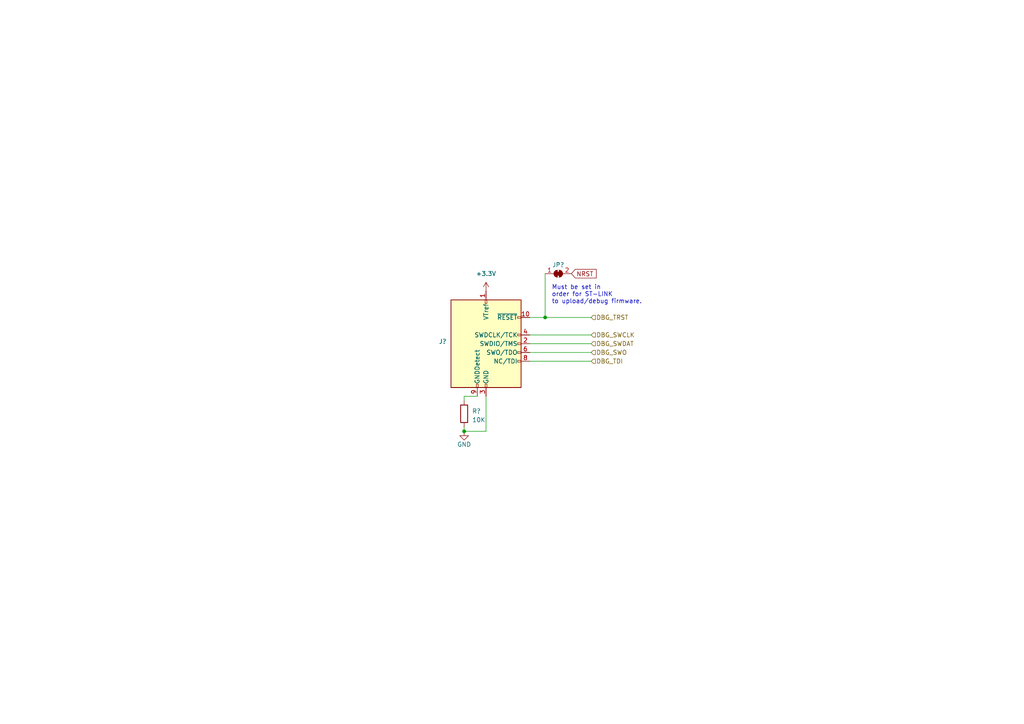
<source format=kicad_sch>
(kicad_sch (version 20230121) (generator eeschema)
  (paper "A4")
  (lib_symbols
    (symbol "Connector:Conn_ARM_JTAG_SWD_10" (pin_names (offset 1.016))
      (property "Reference" "J" (at -2.54 16.51 0))
      (property "Value" "Conn_ARM_JTAG_SWD_10" (at -2.54 13.97 0))
      (symbol "Conn_ARM_JTAG_SWD_10_0_1"
        (rectangle (start -10.16 12.7) (end 10.16 -12.7) (stroke (width 0.254)) (fill (type background)))
        (rectangle (start -2.794 -12.7) (end -2.286 -11.684))
        (rectangle (start -0.254 -12.7) (end 0.254 -11.684))
        (rectangle (start -0.254 12.7) (end 0.254 11.684))
        (rectangle (start 9.144 2.286) (end 10.16 2.794))
        (rectangle (start 10.16 -2.794) (end 9.144 -2.286))
        (rectangle (start 10.16 -0.254) (end 9.144 0.254))
        (rectangle (start 10.16 7.874) (end 9.144 7.366))
      )
      (symbol "Conn_ARM_JTAG_SWD_10_1_1"
        (rectangle (start 9.144 -5.334) (end 10.16 -4.826))
        (pin power_in line (at 0 15.24 270) (length 2.54) (name "VTref") (number "1"))
        (pin open_collector line (at 12.7 7.62 180) (length 2.54) (name "~{RESET}") (number "10"))
        (pin bidirectional line (at 12.7 0 180) (length 2.54) (name "SWDIO/TMS") (number "2"))
        (pin power_in line (at 0 -15.24 90) (length 2.54) (name "GND") (number "3"))
        (pin output line (at 12.7 2.54 180) (length 2.54) (name "SWDCLK/TCK") (number "4"))
        (pin passive line (at 0 -15.24 90) (length 2.54) hide (name "GND") (number "5"))
        (pin input line (at 12.7 -2.54 180) (length 2.54) (name "SWO/TDO") (number "6"))
        (pin no_connect line (at -10.16 0 0) (length 2.54) hide (name "KEY") (number "7"))
        (pin output line (at 12.7 -5.08 180) (length 2.54) (name "NC/TDI") (number "8"))
        (pin passive line (at -2.54 -15.24 90) (length 2.54) (name "GNDDetect") (number "9"))
      )
    )
    (symbol "Device:R" (pin_numbers hide) (pin_names (offset 0))
      (property "Reference" "R" (at 2.032 0 90))
      (property "Value" "R" (at 0 0 90))
      (symbol "R_0_1"
        (rectangle (start -1.016 -2.54) (end 1.016 2.54) (stroke (width 0.254)))
      )
      (symbol "R_1_1"
        (pin passive line (at 0 3.81 270) (length 1.27) (name "~") (number "1"))
        (pin passive line (at 0 -3.81 90) (length 1.27) (name "~") (number "2"))
      )
    )
    (symbol "Jumper:SolderJumper_2_Bridged" (pin_names (offset 0) hide)
      (property "Reference" "JP" (at 0 2.032 0))
      (property "Value" "SolderJumper_2_Bridged" (at 0 -2.54 0))
      (symbol "SolderJumper_2_Bridged_0_1"
        (rectangle (start -0.508 0.508) (end 0.508 -0.508) (fill (type outline)))
        (arc (start -0.254 1.016) (mid -1.2656 0) (end -0.254 -1.016))
        (arc (start -0.254 1.016) (mid -1.2656 0) (end -0.254 -1.016) (fill (type outline)))
        (polyline (pts (xy -0.254 1.016) (xy -0.254 -1.016)))
        (polyline (pts (xy 0.254 1.016) (xy 0.254 -1.016)))
        (arc (start 0.254 -1.016) (mid 1.2656 0) (end 0.254 1.016))
        (arc (start 0.254 -1.016) (mid 1.2656 0) (end 0.254 1.016) (fill (type outline)))
      )
      (symbol "SolderJumper_2_Bridged_1_1"
        (pin passive line (at -3.81 0 0) (length 2.54) (name "A") (number "1"))
        (pin passive line (at 3.81 0 180) (length 2.54) (name "B") (number "2"))
      )
    )
    (symbol "power:+3.3V" (power) (pin_names (offset 0))
      (property "Value" "+3.3V" (at 0 3.556 0))
      (symbol "+3.3V_0_1"
        (polyline (pts (xy -0.762 1.27) (xy 0 2.54)))
        (polyline (pts (xy 0 0) (xy 0 2.54)))
        (polyline (pts (xy 0 2.54) (xy 0.762 1.27)))
      )
      (symbol "+3.3V_1_1"
        (pin power_in line (at 0 0 90) (length 0) hide (name "+3.3V") (number "1"))
      )
    )
    (symbol "power:GND" (power) (pin_names (offset 0))
      (property "Value" "GND" (at 0 -3.81 0))
      (symbol "GND_0_1"
        (polyline (pts (xy 0 0) (xy 0 -1.27) (xy 1.27 -1.27) (xy 0 -2.54) (xy -1.27 -1.27) (xy 0 -1.27)))
      )
      (symbol "GND_1_1"
        (pin power_in line (at 0 0 270) (length 0) hide (name "GND") (number "1"))
      )
    )
  )
  (junction (at 158.115 92.075))
  (junction (at 134.62 125.095))
  (wire (pts (xy 138.43 114.935) (xy 134.62 114.935)))
  (wire (pts (xy 140.97 125.095) (xy 140.97 114.935)))
  (wire (pts (xy 134.62 114.935) (xy 134.62 116.205)))
  (wire (pts (xy 134.62 123.825) (xy 134.62 125.095)))
  (wire (pts (xy 153.67 104.775) (xy 171.45 104.775)))
  (wire (pts (xy 153.67 102.235) (xy 171.45 102.235)))
  (wire (pts (xy 153.67 99.695) (xy 171.45 99.695)))
  (wire (pts (xy 153.67 97.155) (xy 171.45 97.155)))
  (wire (pts (xy 153.67 92.075) (xy 158.115 92.075)))
  (wire (pts (xy 134.62 125.095) (xy 140.97 125.095)))
  (wire (pts (xy 158.115 92.075) (xy 171.45 92.075)))
  (wire (pts (xy 158.115 79.375) (xy 158.115 92.075)))
  (text "Must be set in \norder for ST-LINK \nto upload/debug firmware." (at 160.02 88.265 0) (effects (font (size 1.27 1.27)) (justify left bottom)))
  (global_label "NRST" (shape input) (at 165.735 79.375 0) (property "Intersheetrefs" "${INTERSHEET_REFS}" (effects hide)))
  (hierarchical_label "DBG_SWDAT" (shape input) (at 171.45 99.695 0))
  (hierarchical_label "DBG_TRST" (shape input) (at 171.45 92.075 0))
  (hierarchical_label "DBG_SWO" (shape input) (at 171.45 102.235 0))
  (hierarchical_label "DBG_SWCLK" (shape input) (at 171.45 97.155 0))
  (hierarchical_label "DBG_TDI" (shape input) (at 171.45 104.775 0))
  (symbol (lib_id "power:+3.3V") (at 140.97 84.455 0) (unit 1)
    (property "Reference" "#PWR?" (effects hide))
    (property "Value" "+3.3V" (at 140.97 79.375 0))
    (instances (project "phenobottle" (path "" (reference "#PWR?") (unit 1)) (path "" (reference "#PWR05") (unit 1))) (project "detect" (path "" (reference "#PWR038") (unit 1))) (project "u-nit" (path "" (reference "#PWR02") (unit 1))))
  )
  (symbol (lib_id "Jumper:SolderJumper_2_Bridged") (at 161.925 79.375 0) (unit 1)
    (property "Reference" "JP?" (at 161.925 76.835 0))
    (property "Value" "~" (at 161.925 76.2 0))
    (property "Footprint" "Jumper:SolderJumper-2_P1.3mm_Bridged_Pad1.0x1.5mm" (effects hide))
    (instances (project "phenobottle" (path "" (reference "JP?") (unit 1)) (path "" (reference "JP?") (unit 1))) (project "detect" (path "" (reference "JP2") (unit 1))) (project "u-nit" (path "" (reference "JP1") (unit 1))))
  )
  (symbol (lib_id "power:GND") (at 134.62 125.095 0) (unit 1)
    (property "Reference" "#PWR?" (effects hide))
    (property "Value" "GND" (at 134.62 128.905 0))
    (instances (project "phenobottle" (path "" (reference "#PWR?") (unit 1)) (path "" (reference "#PWR04") (unit 1))) (project "detect" (path "" (reference "#PWR037") (unit 1))) (project "u-nit" (path "" (reference "#PWR01") (unit 1))) (project "blackbox" (path "" (reference "#PWR02") (unit 1))))
  )
  (symbol (lib_id "Connector:Conn_ARM_JTAG_SWD_10") (at 140.97 99.695 0) (unit 1)
    (property "Reference" "J?" (at 129.54 99.06 0) (effects (justify right)))
    (property "Value" "Conn_ARM_JTAG_SWD_10" (effects hide))
    (property "Footprint" "Connector_PinHeader_1.27mm:PinHeader_2x05_P1.27mm_Vertical" (effects hide))
    (property "Datasheet" "http://infocenter.arm.com/help/topic/com.arm.doc.ddi0314h/DDI0314H_coresight_components_trm.pdf" (effects hide))
    (property "Part" "GRPB052VWVN-RC" (effects hide))
    (instances (project "phenobottle" (path "" (reference "J?") (unit 1)) (path "" (reference "J?") (unit 1))) (project "detect" (path "" (reference "J3") (unit 1))) (project "u-nit" (path "" (reference "J3") (unit 1))) (project "blackbox" (path "" (reference "J1") (unit 1))))
  )
  (symbol (lib_id "Device:R") (at 134.62 120.015 0) (unit 1)
    (property "Reference" "R?" (at 136.906 119.253 0) (effects (justify left)))
    (property "Value" "10K" (at 136.906 121.793 0) (effects (justify left)))
    (property "Footprint" "Resistor_SMD:R_0805_2012Metric" (effects hide))
    (instances (project "phenobottle" (path "" (reference "R?") (unit 1)) (path "" (reference "R?") (unit 1))) (project "detect" (path "" (reference "R6") (unit 1))) (project "u-nit" (path "" (reference "R1") (unit 1))) (project "blackbox" (path "" (reference "R1") (unit 1))))
  )
)
</source>
